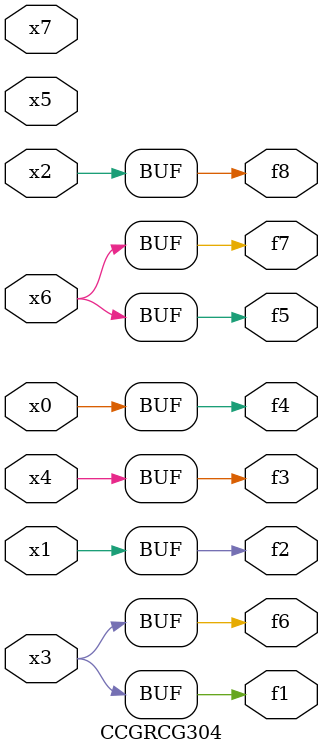
<source format=v>
module CCGRCG304(
	input x0, x1, x2, x3, x4, x5, x6, x7,
	output f1, f2, f3, f4, f5, f6, f7, f8
);
	assign f1 = x3;
	assign f2 = x1;
	assign f3 = x4;
	assign f4 = x0;
	assign f5 = x6;
	assign f6 = x3;
	assign f7 = x6;
	assign f8 = x2;
endmodule

</source>
